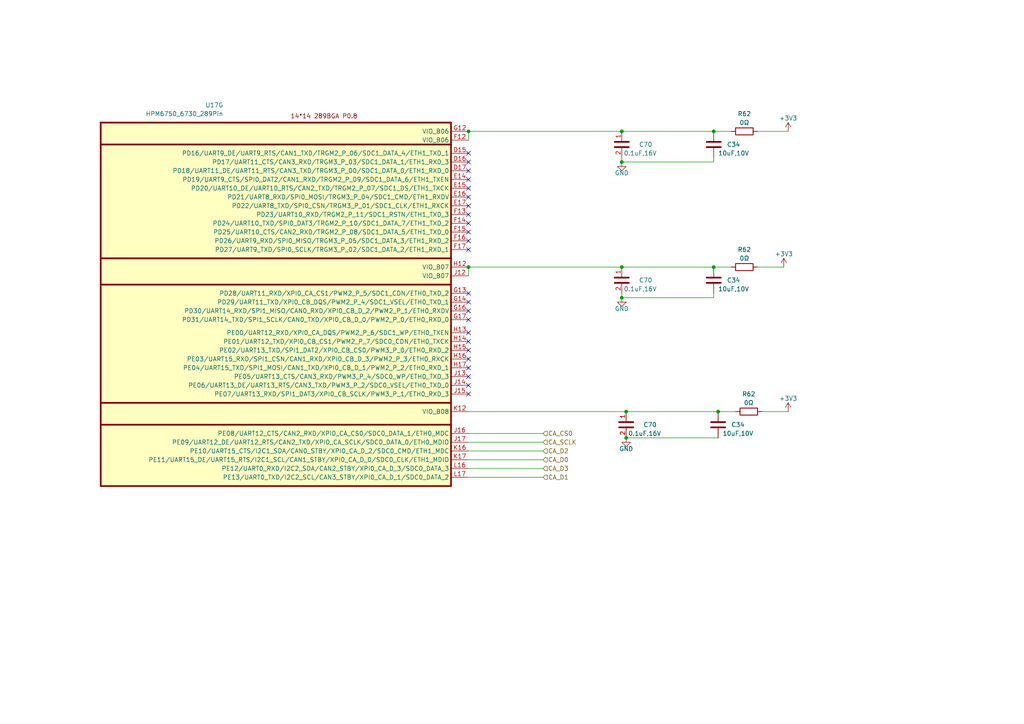
<source format=kicad_sch>
(kicad_sch (version 20230121) (generator eeschema)
  (paper "A4")
  (junction (at 135.89 77.47))
  (junction (at 181.61 119.38))
  (junction (at 208.28 119.38))
  (junction (at 135.89 38.1))
  (junction (at 180.34 86.36))
  (junction (at 207.01 77.47))
  (junction (at 207.01 38.1))
  (junction (at 180.34 46.99))
  (junction (at 180.34 77.47))
  (junction (at 181.61 127))
  (junction (at 180.34 38.1))
  (no_connect (at 135.89 49.53))
  (no_connect (at 135.89 52.07))
  (no_connect (at 135.89 85.09))
  (no_connect (at 135.89 72.39))
  (no_connect (at 135.89 67.31))
  (no_connect (at 135.89 44.45))
  (no_connect (at 135.89 109.22))
  (no_connect (at 135.89 99.06))
  (no_connect (at 135.89 106.68))
  (no_connect (at 135.89 101.6))
  (no_connect (at 135.89 46.99))
  (no_connect (at 135.89 57.15))
  (no_connect (at 135.89 104.14))
  (no_connect (at 135.89 69.85))
  (no_connect (at 135.89 87.63))
  (no_connect (at 135.89 96.52))
  (no_connect (at 135.89 59.69))
  (no_connect (at 135.89 62.23))
  (no_connect (at 135.89 111.76))
  (no_connect (at 135.89 64.77))
  (no_connect (at 135.89 114.3))
  (no_connect (at 135.89 92.71))
  (no_connect (at 135.89 90.17))
  (no_connect (at 135.89 54.61))
  (wire (pts (xy 180.34 77.47) (xy 207.01 77.47)))
  (wire (pts (xy 180.34 38.1) (xy 207.01 38.1)))
  (wire (pts (xy 227.33 77.47) (xy 219.71 77.47)))
  (wire (pts (xy 181.61 127) (xy 208.28 127)))
  (wire (pts (xy 207.01 45.72) (xy 207.01 46.99)))
  (wire (pts (xy 228.6 119.38) (xy 220.98 119.38)))
  (wire (pts (xy 207.01 85.09) (xy 207.01 86.36)))
  (wire (pts (xy 181.61 119.38) (xy 208.28 119.38)))
  (wire (pts (xy 157.48 135.89) (xy 135.89 135.89)))
  (wire (pts (xy 180.34 45.72) (xy 180.34 46.99)))
  (wire (pts (xy 157.48 130.81) (xy 135.89 130.81)))
  (wire (pts (xy 135.89 40.64) (xy 135.89 38.1)))
  (wire (pts (xy 180.34 46.99) (xy 207.01 46.99)))
  (wire (pts (xy 157.48 133.35) (xy 135.89 133.35)))
  (wire (pts (xy 228.6 38.1) (xy 219.71 38.1)))
  (wire (pts (xy 135.89 38.1) (xy 180.34 38.1)))
  (wire (pts (xy 157.48 138.43) (xy 135.89 138.43)))
  (wire (pts (xy 135.89 77.47) (xy 135.89 80.01)))
  (wire (pts (xy 207.01 77.47) (xy 212.09 77.47)))
  (wire (pts (xy 157.48 128.27) (xy 135.89 128.27)))
  (wire (pts (xy 180.34 86.36) (xy 207.01 86.36)))
  (wire (pts (xy 157.48 125.73) (xy 135.89 125.73)))
  (wire (pts (xy 180.34 85.09) (xy 180.34 86.36)))
  (wire (pts (xy 207.01 38.1) (xy 212.09 38.1)))
  (wire (pts (xy 208.28 119.38) (xy 213.36 119.38)))
  (wire (pts (xy 135.89 119.38) (xy 181.61 119.38)))
  (wire (pts (xy 135.89 77.47) (xy 180.34 77.47)))
  (hierarchical_label "CA_SCLK" (shape input) (at 157.48 128.27 0))
  (hierarchical_label "CA_D1" (shape input) (at 157.48 138.43 0))
  (hierarchical_label "CA_D3" (shape input) (at 157.48 135.89 0))
  (hierarchical_label "CA_D2" (shape input) (at 157.48 130.81 0))
  (hierarchical_label "CA_D0" (shape input) (at 157.48 133.35 0))
  (hierarchical_label "CA_CS0" (shape input) (at 157.48 125.73 0))
  (symbol (lib_id "02_HPM_Resis:0Ω") (at 215.9 77.47 0) (unit 1)
    (property "Reference" "R62" (at 215.9 72.39 0))
    (property "Value" "0Ω" (at 215.9 74.93 0))
    (property "Footprint" "02_HPM_Resis:R_0402_1005Metric" (effects hide))
    (instances (project "HPM6750_ADC_EVK_RevA" (path "" (reference "R62") (unit 1)) (path "" (reference "R65") (unit 1)) (path "" (reference "R69") (unit 1))))
  )
  (symbol (lib_id "02_HPM_Resis:0Ω") (at 217.17 119.38 0) (unit 1)
    (property "Reference" "R62" (at 217.17 114.3 0))
    (property "Value" "0Ω" (at 217.17 116.84 0))
    (property "Footprint" "02_HPM_Resis:R_0402_1005Metric" (effects hide))
    (instances (project "HPM6750_ADC_EVK_RevA" (path "" (reference "R62") (unit 1)) (path "" (reference "R66") (unit 1)) (path "" (reference "R70") (unit 1))))
  )
  (symbol (lib_id "0_HPM6000_Library:HPM6750_6730_289Pin") (at 130.81 35.56 0) (mirror y) (unit 7)
    (property "Reference" "U17" (at 64.77 30.48 0) (effects (justify left)))
    (property "Value" "HPM6750_6730_289Pin" (at 64.77 33.02 0) (effects (justify left)))
    (property "Footprint" "0_HPM6000_Library:BGA-289_17x17_14.0x14.0mm" (effects hide))
  )
  (symbol (lib_id "power:GND") (at 180.34 86.36 0) (unit 1)
    (property "Reference" "#PWR0170" (effects hide))
    (property "Value" "GND" (at 180.34 89.535 0))
    (instances (project "HPM6750_ADC_EVK_RevA" (path "" (reference "#PWR0170") (unit 1)) (path "" (reference "#PWR0175") (unit 1))) (project "EVK_REVC" (path "" (reference "#PWR0180") (unit 1))))
  )
  (symbol (lib_id "power:+3V3") (at 228.6 38.1 0) (unit 1)
    (property "Reference" "#PWR049" (effects hide))
    (property "Value" "+3V3" (at 228.6 34.29 0))
    (instances (project "HPM6750_ADC_EVK_RevA" (path "" (reference "#PWR049") (unit 1)) (path "" (reference "#PWR0164") (unit 1)) (path "" (reference "#PWR0168") (unit 1)) (path "" (reference "#PWR0177") (unit 1))))
  )
  (symbol (lib_id "power:+3V3") (at 227.33 77.47 0) (unit 1)
    (property "Reference" "#PWR049" (effects hide))
    (property "Value" "+3V3" (at 227.33 73.66 0))
    (instances (project "HPM6750_ADC_EVK_RevA" (path "" (reference "#PWR049") (unit 1)) (path "" (reference "#PWR0164") (unit 1)) (path "" (reference "#PWR0171") (unit 1)) (path "" (reference "#PWR0178") (unit 1))))
  )
  (symbol (lib_id "03_HPM_CAP:10uF,10V") (at 207.01 81.28 0) (unit 1)
    (property "Reference" "C34" (at 210.82 81.28 0) (effects (justify left)))
    (property "Value" "10uF,10V" (at 208.28 83.82 0) (effects (justify left)))
    (property "Footprint" "03_HPM_CAP:C_0402_1005Metric" (effects hide))
    (instances (project "HPM6750_ADC_EVK_RevA" (path "" (reference "C34") (unit 1)) (path "" (reference "C107") (unit 1)) (path "" (reference "C118") (unit 1))))
  )
  (symbol (lib_id "power:GND") (at 181.61 127 0) (unit 1)
    (property "Reference" "#PWR0169" (effects hide))
    (property "Value" "GND" (at 181.61 130.175 0))
    (instances (project "HPM6750_ADC_EVK_RevA" (path "" (reference "#PWR0169") (unit 1)) (path "" (reference "#PWR0176") (unit 1))) (project "EVK_REVC" (path "" (reference "#PWR0182") (unit 1))))
  )
  (symbol (lib_name "0.1uF,16V_1") (lib_id "03_HPM_CAP:0.1uF,16V") (at 180.34 81.28 0) (mirror y) (unit 1)
    (property "Reference" "C70" (at 189.23 81.28 0) (effects (justify left)))
    (property "Value" "0.1uF,16V" (at 190.5 83.82 0) (effects (justify left)))
    (property "Footprint" "03_HPM_CAP:C_0402_1005Metric" (effects hide))
    (instances (project "HPM6750_ADC_EVK_RevA" (path "" (reference "C70") (unit 1)) (path "" (reference "C113") (unit 1)) (path "" (reference "C114") (unit 1))) (project "EVK_REVC" (path "" (reference "C53") (unit 1))))
  )
  (symbol (lib_id "03_HPM_CAP:10uF,10V") (at 207.01 41.91 0) (unit 1)
    (property "Reference" "C34" (at 210.82 41.91 0) (effects (justify left)))
    (property "Value" "10uF,10V" (at 208.28 44.45 0) (effects (justify left)))
    (property "Footprint" "03_HPM_CAP:C_0402_1005Metric" (effects hide))
    (instances (project "HPM6750_ADC_EVK_RevA" (path "" (reference "C34") (unit 1)) (path "" (reference "C106") (unit 1)) (path "" (reference "C116") (unit 1))))
  )
  (symbol (lib_id "02_HPM_Resis:0Ω") (at 215.9 38.1 0) (unit 1)
    (property "Reference" "R62" (at 215.9 33.02 0))
    (property "Value" "0Ω" (at 215.9 35.56 0))
    (property "Footprint" "02_HPM_Resis:R_0402_1005Metric" (effects hide))
    (instances (project "HPM6750_ADC_EVK_RevA" (path "" (reference "R62") (unit 1)) (path "" (reference "R64") (unit 1)) (path "" (reference "R68") (unit 1))))
  )
  (symbol (lib_name "0.1uF,16V_1") (lib_id "03_HPM_CAP:0.1uF,16V") (at 180.34 41.91 0) (mirror y) (unit 1)
    (property "Reference" "C70" (at 189.23 41.91 0) (effects (justify left)))
    (property "Value" "0.1uF,16V" (at 190.5 44.45 0) (effects (justify left)))
    (property "Footprint" "03_HPM_CAP:C_0402_1005Metric" (effects hide))
    (instances (project "HPM6750_ADC_EVK_RevA" (path "" (reference "C70") (unit 1)) (path "" (reference "C109") (unit 1)) (path "" (reference "C110") (unit 1))) (project "EVK_REVC" (path "" (reference "C53") (unit 1))))
  )
  (symbol (lib_name "0.1uF,16V_1") (lib_id "03_HPM_CAP:0.1uF,16V") (at 181.61 123.19 0) (mirror y) (unit 1)
    (property "Reference" "C70" (at 190.5 123.19 0) (effects (justify left)))
    (property "Value" "0.1uF,16V" (at 191.77 125.73 0) (effects (justify left)))
    (property "Footprint" "03_HPM_CAP:C_0402_1005Metric" (effects hide))
    (instances (project "HPM6750_ADC_EVK_RevA" (path "" (reference "C70") (unit 1)) (path "" (reference "C112") (unit 1)) (path "" (reference "C115") (unit 1))) (project "EVK_REVC" (path "" (reference "C53") (unit 1))))
  )
  (symbol (lib_id "power:GND") (at 180.34 46.99 0) (unit 1)
    (property "Reference" "#PWR0167" (effects hide))
    (property "Value" "GND" (at 180.34 50.165 0))
    (instances (project "HPM6750_ADC_EVK_RevA" (path "" (reference "#PWR0167") (unit 1)) (path "" (reference "#PWR0174") (unit 1))) (project "EVK_REVC" (path "" (reference "#PWR0184") (unit 1))))
  )
  (symbol (lib_id "03_HPM_CAP:10uF,10V") (at 208.28 123.19 0) (unit 1)
    (property "Reference" "C34" (at 212.09 123.19 0) (effects (justify left)))
    (property "Value" "10uF,10V" (at 209.55 125.73 0) (effects (justify left)))
    (property "Footprint" "03_HPM_CAP:C_0402_1005Metric" (effects hide))
    (instances (project "HPM6750_ADC_EVK_RevA" (path "" (reference "C34") (unit 1)) (path "" (reference "C108") (unit 1)) (path "" (reference "C119") (unit 1))))
  )
  (symbol (lib_id "power:+3V3") (at 228.6 119.38 0) (unit 1)
    (property "Reference" "#PWR049" (effects hide))
    (property "Value" "+3V3" (at 228.6 115.57 0))
    (instances (project "HPM6750_ADC_EVK_RevA" (path "" (reference "#PWR049") (unit 1)) (path "" (reference "#PWR0164") (unit 1)) (path "" (reference "#PWR0172") (unit 1)) (path "" (reference "#PWR0179") (unit 1))))
  )
)
</source>
